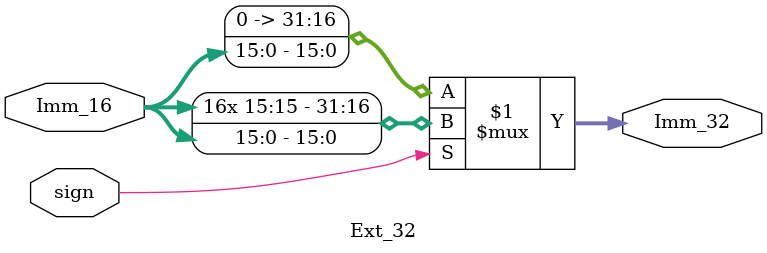
<source format=v>
module Ext_32(input [15:0] Imm_16,
              input sign,
              output[31:0] Imm_32
              );
    assign Imm_32 = sign?
    {{16{Imm_16[15]}},Imm_16[15:0]}:
    {{16{1'b0}},Imm_16[15:0]};
endmodule
</source>
